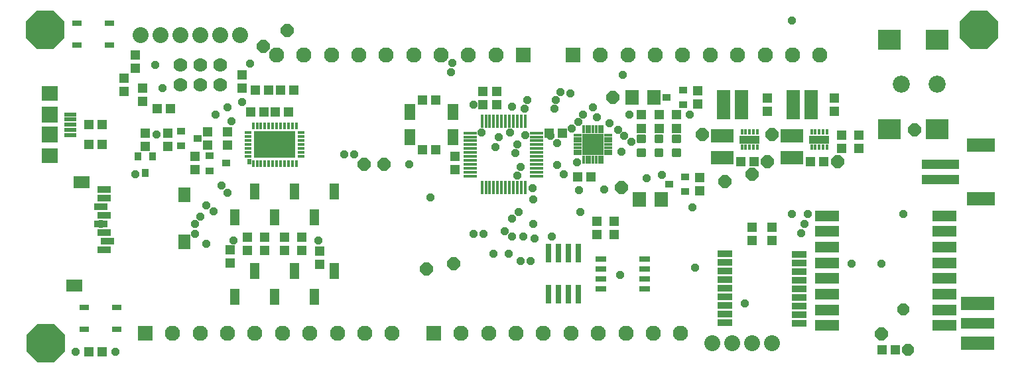
<source format=gts>
G75*
%MOIN*%
%OFA0B0*%
%FSLAX25Y25*%
%IPPOS*%
%LPD*%
%AMOC8*
5,1,8,0,0,1.08239X$1,22.5*
%
%ADD10R,0.01102X0.01772*%
%ADD11R,0.11230X0.06899*%
%ADD12R,0.04931X0.04537*%
%ADD13R,0.04537X0.04931*%
%ADD14C,0.01361*%
%ADD15R,0.06899X0.07687*%
%ADD16R,0.02962X0.09261*%
%ADD17C,0.07000*%
%ADD18C,0.08000*%
%ADD19R,0.07687X0.07687*%
%ADD20C,0.07687*%
%ADD21R,0.06112X0.01978*%
%ADD22R,0.08080X0.07687*%
%ADD23R,0.08080X0.08080*%
%ADD24R,0.18710X0.04537*%
%ADD25R,0.13986X0.06899*%
%ADD26R,0.06506X0.14773*%
%ADD27R,0.04143X0.03750*%
%ADD28R,0.03750X0.04143*%
%ADD29R,0.05324X0.02962*%
%ADD30R,0.08080X0.06112*%
%ADD31R,0.06112X0.07687*%
%ADD32R,0.06506X0.03356*%
%ADD33R,0.01584X0.02569*%
%ADD34R,0.10049X0.03907*%
%ADD35R,0.05718X0.08080*%
%ADD36R,0.07687X0.03356*%
%ADD37R,0.01584X0.03356*%
%ADD38R,0.03356X0.01584*%
%ADD39R,0.21072X0.13198*%
%ADD40R,0.02000X0.03000*%
%ADD41R,0.06506X0.01702*%
%ADD42R,0.01702X0.06506*%
%ADD43R,0.12411X0.05324*%
%ADD44R,0.01387X0.03946*%
%ADD45R,0.03946X0.01387*%
%ADD46R,0.11033X0.11033*%
%ADD47R,0.16600X0.06600*%
%ADD48R,0.16600X0.05600*%
%ADD49R,0.11624X0.10049*%
%ADD50C,0.08600*%
%ADD51R,0.04734X0.03159*%
%ADD52R,0.04537X0.08474*%
%ADD53OC8,0.04169*%
%ADD54OC8,0.06506*%
%ADD55OC8,0.05915*%
%ADD56OC8,0.19350*%
D10*
X0113284Y0111976D03*
D11*
X0351119Y0113738D03*
X0351119Y0124762D03*
X0386119Y0124762D03*
X0386119Y0113738D03*
D12*
X0395272Y0111750D03*
X0401965Y0111750D03*
X0411119Y0118404D03*
X0419869Y0118404D03*
X0419869Y0125096D03*
X0411119Y0125096D03*
X0407369Y0137154D03*
X0407369Y0143846D03*
X0373619Y0143846D03*
X0373619Y0137154D03*
X0338619Y0140904D03*
X0327994Y0135409D03*
X0319244Y0135409D03*
X0310494Y0135409D03*
X0310494Y0128716D03*
X0319244Y0128716D03*
X0327994Y0128716D03*
X0360272Y0111750D03*
X0366965Y0111750D03*
X0339869Y0103846D03*
X0339869Y0097154D03*
X0296744Y0081971D03*
X0287994Y0081971D03*
X0287994Y0075279D03*
X0296744Y0075279D03*
X0366119Y0072154D03*
X0376119Y0072154D03*
X0376119Y0078846D03*
X0366119Y0078846D03*
X0206965Y0118000D03*
X0200272Y0118000D03*
X0230897Y0140500D03*
X0237590Y0140500D03*
X0237590Y0147375D03*
X0230897Y0147375D03*
X0206965Y0143000D03*
X0200272Y0143000D03*
X0102369Y0126971D03*
X0092369Y0126971D03*
X0092369Y0120279D03*
X0102369Y0120279D03*
X0086119Y0114471D03*
X0072369Y0119654D03*
X0061119Y0119654D03*
X0061119Y0126346D03*
X0072369Y0126346D03*
X0059869Y0142154D03*
X0059869Y0148846D03*
X0056119Y0159029D03*
X0056119Y0165721D03*
X0086119Y0107779D03*
X0338619Y0147596D03*
X0431522Y0017375D03*
X0438215Y0017375D03*
D13*
X0285090Y0104250D03*
X0278397Y0104250D03*
X0270715Y0126125D03*
X0264022Y0126125D03*
X0216744Y0114471D03*
X0216744Y0107779D03*
X0133215Y0136750D03*
X0126522Y0136750D03*
X0120715Y0136750D03*
X0114022Y0136750D03*
X0116522Y0148000D03*
X0123215Y0148000D03*
X0129022Y0148000D03*
X0135715Y0148000D03*
X0109869Y0149029D03*
X0109869Y0155721D03*
X0073840Y0138625D03*
X0067147Y0138625D03*
X0050494Y0147154D03*
X0050494Y0153846D03*
X0039465Y0130500D03*
X0032772Y0130500D03*
X0032772Y0120500D03*
X0039465Y0120500D03*
X0112369Y0073846D03*
X0121119Y0073846D03*
X0131119Y0073846D03*
X0139869Y0073846D03*
X0139869Y0067154D03*
X0131119Y0067154D03*
X0121119Y0067154D03*
X0112369Y0067154D03*
X0103619Y0067596D03*
X0103619Y0060904D03*
X0148619Y0060279D03*
X0148619Y0066971D03*
X0039465Y0016125D03*
X0032772Y0016125D03*
D14*
X0308906Y0118010D02*
X0312082Y0118010D01*
X0312082Y0114834D01*
X0308906Y0114834D01*
X0308906Y0118010D01*
X0308906Y0116194D02*
X0312082Y0116194D01*
X0312082Y0117554D02*
X0308906Y0117554D01*
X0317656Y0118010D02*
X0320832Y0118010D01*
X0320832Y0114834D01*
X0317656Y0114834D01*
X0317656Y0118010D01*
X0317656Y0116194D02*
X0320832Y0116194D01*
X0320832Y0117554D02*
X0317656Y0117554D01*
X0326406Y0118010D02*
X0329582Y0118010D01*
X0329582Y0114834D01*
X0326406Y0114834D01*
X0326406Y0118010D01*
X0326406Y0116194D02*
X0329582Y0116194D01*
X0329582Y0117554D02*
X0326406Y0117554D01*
X0326406Y0124916D02*
X0329582Y0124916D01*
X0329582Y0121740D01*
X0326406Y0121740D01*
X0326406Y0124916D01*
X0326406Y0123100D02*
X0329582Y0123100D01*
X0329582Y0124460D02*
X0326406Y0124460D01*
X0320832Y0124916D02*
X0317656Y0124916D01*
X0320832Y0124916D02*
X0320832Y0121740D01*
X0317656Y0121740D01*
X0317656Y0124916D01*
X0317656Y0123100D02*
X0320832Y0123100D01*
X0320832Y0124460D02*
X0317656Y0124460D01*
X0312082Y0124916D02*
X0308906Y0124916D01*
X0312082Y0124916D02*
X0312082Y0121740D01*
X0308906Y0121740D01*
X0308906Y0124916D01*
X0308906Y0123100D02*
X0312082Y0123100D01*
X0312082Y0124460D02*
X0308906Y0124460D01*
D15*
X0305607Y0144250D03*
X0316631Y0144250D03*
X0320381Y0093000D03*
X0309357Y0093000D03*
D16*
X0278619Y0065736D03*
X0273619Y0065736D03*
X0268619Y0065736D03*
X0263619Y0065736D03*
X0263619Y0045264D03*
X0268619Y0045264D03*
X0273619Y0045264D03*
X0278619Y0045264D03*
D17*
X0098619Y0150500D03*
X0088619Y0150500D03*
X0078619Y0150500D03*
X0078619Y0160500D03*
X0088619Y0160500D03*
X0098619Y0160500D03*
D18*
X0098619Y0175500D03*
X0108619Y0175500D03*
X0088619Y0175500D03*
X0078619Y0175500D03*
X0068619Y0175500D03*
X0058619Y0175500D03*
X0346119Y0020500D03*
X0356119Y0020500D03*
X0366119Y0020500D03*
X0376119Y0020500D03*
D19*
X0206119Y0025500D03*
X0061119Y0025500D03*
X0251119Y0165500D03*
X0276119Y0165500D03*
D20*
X0289898Y0165500D03*
X0303678Y0165500D03*
X0317457Y0165500D03*
X0331237Y0165500D03*
X0345016Y0165500D03*
X0358796Y0165500D03*
X0372575Y0165500D03*
X0386355Y0165500D03*
X0400134Y0165500D03*
X0237339Y0165500D03*
X0223560Y0165500D03*
X0209780Y0165500D03*
X0196001Y0165500D03*
X0182221Y0165500D03*
X0168442Y0165500D03*
X0154662Y0165500D03*
X0140883Y0165500D03*
X0127103Y0165500D03*
X0130016Y0025500D03*
X0116237Y0025500D03*
X0102457Y0025500D03*
X0088678Y0025500D03*
X0074898Y0025500D03*
X0143796Y0025500D03*
X0157575Y0025500D03*
X0171355Y0025500D03*
X0185134Y0025500D03*
X0219898Y0025500D03*
X0233678Y0025500D03*
X0247457Y0025500D03*
X0261237Y0025500D03*
X0275016Y0025500D03*
X0288796Y0025500D03*
X0302575Y0025500D03*
X0316355Y0025500D03*
X0330134Y0025500D03*
D21*
X0023427Y0125382D03*
X0023427Y0127941D03*
X0023427Y0130500D03*
X0023427Y0133059D03*
X0023427Y0135618D03*
D22*
X0012994Y0146248D03*
X0012994Y0114752D03*
D23*
X0012994Y0125500D03*
X0012994Y0135500D03*
D24*
X0460614Y0110687D03*
X0460614Y0102813D03*
D25*
X0481087Y0093364D03*
X0481087Y0120136D03*
D26*
X0395646Y0140500D03*
X0386591Y0140500D03*
X0360646Y0140500D03*
X0351591Y0140500D03*
D27*
X0331306Y0140510D03*
X0323038Y0144250D03*
X0331306Y0147990D03*
X0332556Y0104240D03*
X0324288Y0100500D03*
X0332556Y0096760D03*
X0101699Y0111125D03*
X0093432Y0107385D03*
X0093432Y0114865D03*
X0079057Y0119885D03*
X0087324Y0123625D03*
X0079057Y0127365D03*
D28*
X0064859Y0114437D03*
X0057379Y0114437D03*
X0061119Y0106169D03*
D29*
X0290095Y0063000D03*
X0290095Y0058000D03*
X0290095Y0053000D03*
X0290095Y0048000D03*
X0312142Y0048000D03*
X0312142Y0053000D03*
X0312142Y0058000D03*
X0312142Y0063000D03*
D30*
X0029062Y0101425D03*
X0025518Y0049457D03*
D31*
X0080636Y0071504D03*
X0080636Y0095126D03*
D32*
X0040479Y0093551D03*
X0040479Y0097882D03*
X0038904Y0089220D03*
X0040479Y0084890D03*
X0038904Y0080559D03*
X0040479Y0076228D03*
X0042054Y0071898D03*
X0040479Y0067567D03*
D33*
X0360932Y0119260D03*
X0362900Y0119260D03*
X0364869Y0119260D03*
X0366837Y0119260D03*
X0368806Y0119260D03*
X0368806Y0126740D03*
X0366837Y0126740D03*
X0364869Y0126740D03*
X0362900Y0126740D03*
X0360932Y0126740D03*
X0395932Y0126740D03*
X0397900Y0126740D03*
X0399869Y0126740D03*
X0401837Y0126740D03*
X0403806Y0126740D03*
X0403806Y0119260D03*
X0401837Y0119260D03*
X0399869Y0119260D03*
X0397900Y0119260D03*
X0395932Y0119260D03*
D34*
X0399869Y0123000D03*
X0364869Y0123000D03*
D35*
X0215696Y0124201D03*
X0194042Y0124201D03*
X0194042Y0136799D03*
X0215696Y0136799D03*
D36*
X0352418Y0065500D03*
X0352418Y0061169D03*
X0352418Y0056839D03*
X0352418Y0052508D03*
X0352418Y0048177D03*
X0352418Y0043846D03*
X0352418Y0039516D03*
X0352418Y0035185D03*
X0352418Y0030854D03*
X0389820Y0030500D03*
X0389820Y0034831D03*
X0389820Y0039161D03*
X0389820Y0043492D03*
X0389820Y0047823D03*
X0389820Y0052154D03*
X0389820Y0056484D03*
X0389820Y0060815D03*
X0389820Y0065146D03*
D37*
X0136946Y0111051D03*
X0134977Y0111051D03*
X0133009Y0111051D03*
X0131040Y0111051D03*
X0129071Y0111051D03*
X0127103Y0111051D03*
X0125134Y0111051D03*
X0123166Y0111051D03*
X0121197Y0111051D03*
X0119229Y0111051D03*
X0117260Y0111051D03*
X0115292Y0111051D03*
X0115292Y0129949D03*
X0117260Y0129949D03*
X0119229Y0129949D03*
X0121197Y0129949D03*
X0123166Y0129949D03*
X0125134Y0129949D03*
X0127103Y0129949D03*
X0129071Y0129949D03*
X0131040Y0129949D03*
X0133009Y0129949D03*
X0134977Y0129949D03*
X0136946Y0129949D03*
D38*
X0139505Y0126406D03*
X0139505Y0124437D03*
X0139505Y0122469D03*
X0139505Y0120500D03*
X0139505Y0118531D03*
X0139505Y0116563D03*
X0139505Y0114594D03*
X0112733Y0114594D03*
X0112733Y0116563D03*
X0112733Y0118531D03*
X0112733Y0120500D03*
X0112733Y0122469D03*
X0112733Y0124437D03*
X0112733Y0126406D03*
D39*
X0126119Y0120500D03*
D40*
X0113319Y0112000D03*
D41*
X0224386Y0112547D03*
X0224386Y0110579D03*
X0224386Y0108610D03*
X0224386Y0106642D03*
X0224386Y0104673D03*
X0224386Y0114516D03*
X0224386Y0116484D03*
X0224386Y0118453D03*
X0224386Y0120421D03*
X0224386Y0122390D03*
X0224386Y0124358D03*
X0224386Y0126327D03*
X0257851Y0126327D03*
X0257851Y0124358D03*
X0257851Y0122390D03*
X0257851Y0120421D03*
X0257851Y0118453D03*
X0257851Y0116484D03*
X0257851Y0114516D03*
X0257851Y0112547D03*
X0257851Y0110579D03*
X0257851Y0108610D03*
X0257851Y0106642D03*
X0257851Y0104673D03*
D42*
X0251946Y0098768D03*
X0249977Y0098768D03*
X0248009Y0098768D03*
X0246040Y0098768D03*
X0244071Y0098768D03*
X0242103Y0098768D03*
X0240134Y0098768D03*
X0238166Y0098768D03*
X0236197Y0098768D03*
X0234229Y0098768D03*
X0232260Y0098768D03*
X0230292Y0098768D03*
X0230292Y0132232D03*
X0232260Y0132232D03*
X0234229Y0132232D03*
X0236197Y0132232D03*
X0238166Y0132232D03*
X0240134Y0132232D03*
X0242103Y0132232D03*
X0244071Y0132232D03*
X0246040Y0132232D03*
X0248009Y0132232D03*
X0249977Y0132232D03*
X0251946Y0132232D03*
D43*
X0403779Y0084622D03*
X0403779Y0076748D03*
X0403779Y0068874D03*
X0403779Y0061000D03*
X0403779Y0053125D03*
X0403779Y0045251D03*
X0403779Y0037377D03*
X0403779Y0029503D03*
X0462834Y0029503D03*
X0462834Y0037377D03*
X0462834Y0045251D03*
X0462834Y0053125D03*
X0462834Y0061000D03*
X0462834Y0068874D03*
X0462834Y0076748D03*
X0462834Y0084622D03*
D44*
X0290843Y0112724D03*
X0289268Y0112724D03*
X0287694Y0112724D03*
X0286119Y0112724D03*
X0284544Y0112724D03*
X0282969Y0112724D03*
X0281394Y0112724D03*
X0281394Y0128276D03*
X0282969Y0128276D03*
X0284544Y0128276D03*
X0286119Y0128276D03*
X0287694Y0128276D03*
X0289268Y0128276D03*
X0290843Y0128276D03*
D45*
X0293894Y0125224D03*
X0293894Y0123650D03*
X0293894Y0122075D03*
X0293894Y0120500D03*
X0293894Y0118925D03*
X0293894Y0117350D03*
X0293894Y0115776D03*
X0278343Y0115776D03*
X0278343Y0117350D03*
X0278343Y0118925D03*
X0278343Y0120500D03*
X0278343Y0122075D03*
X0278343Y0123650D03*
X0278343Y0125224D03*
D46*
X0286119Y0120500D03*
D47*
X0479369Y0040500D03*
X0479369Y0020500D03*
D48*
X0479369Y0030500D03*
D49*
X0458931Y0128372D03*
X0434915Y0128372D03*
X0434915Y0173253D03*
X0458931Y0173253D03*
D50*
X0458931Y0150813D03*
X0440931Y0150813D03*
D51*
X0043038Y0170613D03*
X0026699Y0170613D03*
X0026699Y0181637D03*
X0043038Y0181637D03*
X0046788Y0038512D03*
X0030449Y0038512D03*
X0030449Y0027488D03*
X0046788Y0027488D03*
D52*
X0106119Y0044004D03*
X0126119Y0044004D03*
X0146119Y0044004D03*
X0156119Y0056996D03*
X0136119Y0056996D03*
X0116119Y0056996D03*
X0126119Y0084004D03*
X0146119Y0084004D03*
X0156119Y0096996D03*
X0136119Y0096996D03*
X0116119Y0096996D03*
X0106119Y0084004D03*
D53*
X0026119Y0016125D03*
X0046119Y0016125D03*
X0091619Y0070500D03*
X0086119Y0075500D03*
X0086119Y0080500D03*
X0088619Y0084250D03*
X0095494Y0086750D03*
X0091744Y0089875D03*
X0102369Y0096125D03*
X0099256Y0099816D03*
X0056119Y0105500D03*
X0066744Y0125500D03*
X0096431Y0135500D03*
X0104244Y0132375D03*
X0102369Y0139250D03*
X0109869Y0141750D03*
X0069869Y0148938D03*
X0066119Y0160500D03*
X0113619Y0161125D03*
X0214869Y0156750D03*
X0215258Y0161530D03*
X0253206Y0143025D03*
X0251744Y0138625D03*
X0245494Y0139563D03*
X0226119Y0140500D03*
X0266589Y0138470D03*
X0267369Y0143000D03*
X0269869Y0146750D03*
X0274869Y0146125D03*
X0286119Y0139250D03*
X0281119Y0135500D03*
X0287994Y0134250D03*
X0278619Y0131750D03*
X0275494Y0128625D03*
X0264647Y0124875D03*
X0267994Y0121125D03*
X0252056Y0125187D03*
X0244250Y0126437D03*
X0238619Y0124250D03*
X0236916Y0119250D03*
X0247056Y0116125D03*
X0247994Y0120500D03*
X0230041Y0126437D03*
X0193619Y0110500D03*
X0166119Y0115500D03*
X0161226Y0115607D03*
X0204556Y0093937D03*
X0245462Y0083313D03*
X0248728Y0086625D03*
X0256119Y0080500D03*
X0241747Y0076817D03*
X0245494Y0074250D03*
X0251119Y0074131D03*
X0256744Y0073183D03*
X0265494Y0074250D03*
X0243619Y0065500D03*
X0249869Y0061750D03*
X0254869Y0061750D03*
X0236119Y0065500D03*
X0231119Y0075500D03*
X0226119Y0075500D03*
X0256119Y0093000D03*
X0255761Y0098437D03*
X0247994Y0104875D03*
X0249869Y0109250D03*
X0267994Y0110187D03*
X0277994Y0111437D03*
X0271372Y0105500D03*
X0279022Y0097687D03*
X0291744Y0098000D03*
X0312994Y0103625D03*
X0320806Y0105187D03*
X0300494Y0116750D03*
X0305494Y0121750D03*
X0301744Y0124816D03*
X0298619Y0128000D03*
X0294244Y0131125D03*
X0304244Y0135500D03*
X0334695Y0135500D03*
X0301119Y0155419D03*
X0386119Y0183000D03*
X0336119Y0088937D03*
X0386119Y0085684D03*
X0393963Y0085500D03*
X0392369Y0080500D03*
X0390806Y0075813D03*
X0416119Y0060500D03*
X0431119Y0060500D03*
X0362369Y0040500D03*
X0337369Y0058625D03*
X0299869Y0054875D03*
X0279869Y0086437D03*
X0147994Y0072375D03*
X0105494Y0072375D03*
X0038904Y0080559D03*
X0441995Y0085500D03*
D54*
X0408931Y0111750D03*
X0373619Y0111750D03*
X0366119Y0105500D03*
X0352369Y0101750D03*
X0300494Y0098937D03*
X0341119Y0125500D03*
X0376119Y0125500D03*
X0447681Y0127997D03*
X0296119Y0144250D03*
X0181119Y0110500D03*
X0171119Y0110500D03*
X0216119Y0060500D03*
X0202369Y0058000D03*
X0431119Y0025187D03*
X0120494Y0169875D03*
X0132369Y0178000D03*
D55*
X0441995Y0037626D03*
X0444556Y0017375D03*
D56*
X0011119Y0020500D03*
X0010806Y0178312D03*
X0480181Y0178312D03*
M02*

</source>
